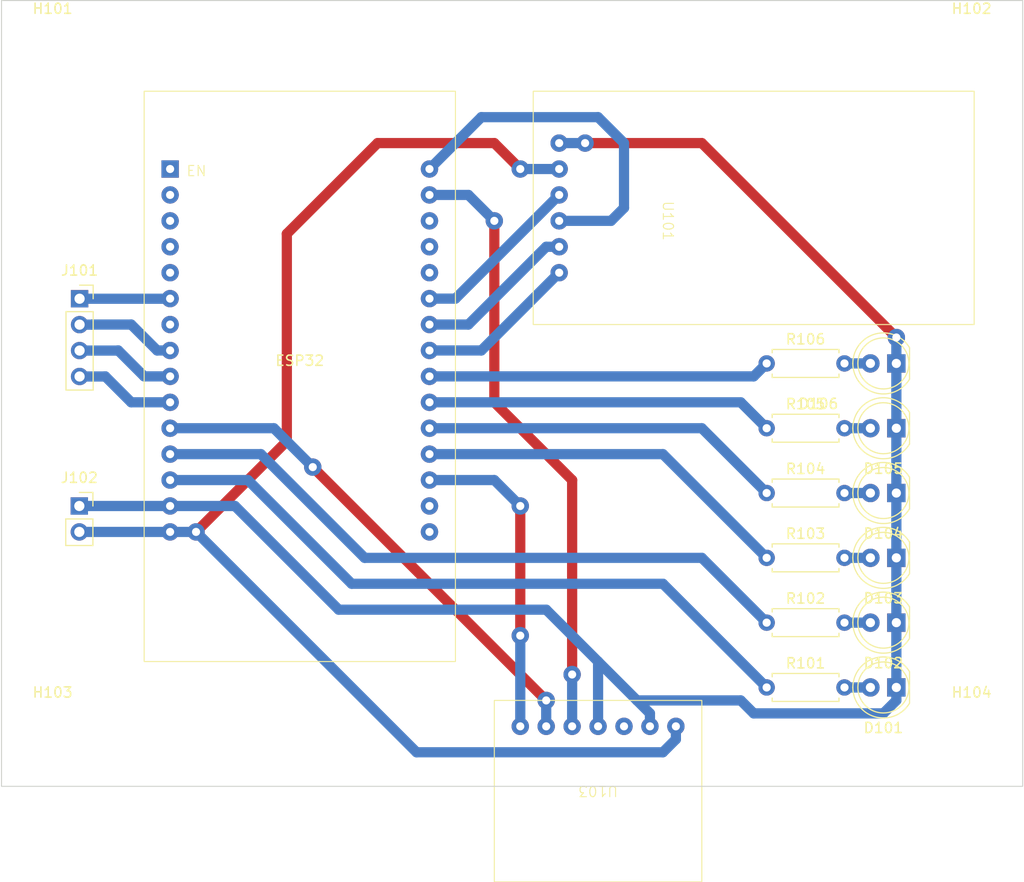
<source format=kicad_pcb>
(kicad_pcb (version 20221018) (generator pcbnew)
  (layers (0 "F.Cu" signal) (31 "B.Cu" signal) (34 "B.Paste" user) (35 "F.Paste" user) (36 "B.SilkS" user "B.Silkscreen") (37 "F.SilkS" user "F.Silkscreen") (38 "B.Mask" user) (39 "F.Mask" user) (44 "Edge.Cuts" user))
  (net 0 "")
  (net 1 "GND")
  (net 2 "Net-(D101-A)")
  (net 3 "5V")
  (net 4 "Net-(U102-D2)")
  (net 5 "Net-(U102-D4)")
  (net 6 "Net-(D102-A)")
  (net 7 "Net-(U102-D16)")
  (net 8 "Net-(D103-A)")
  (net 9 "Net-(U102-D17)")
  (net 10 "Net-(D104-A)")
  (net 11 "Net-(D105-A)")
  (net 12 "Net-(D106-A)")
  (net 13 "Net-(U101-CS)")
  (net 14 "Net-(U101-SCK)")
  (net 15 "Net-(U101-MOSI)")
  (net 16 "Net-(U101-MISO)")
  (net 22 "SPI_SS")
  (net 24 "SPI_SCLK")
  (net 25 "SPI_MISO")
  (net 26 "SPI_MOSI")
  (net 27 "BCLK")
  (net 30 "LRC")
  (net 32 "DIN")
  (net 34 "Net-(U102-D13)")
  (net 35 "Net-(U102-D12)")
  (footprint "My7.62mmResistor:My7.62mmResistor" (layer "F.Cu") (at 74.93 60.96)
    (fp_text reference "R102" (at 3.81 -2.37) (layer "F.SilkS"))
    (fp_text value "R")
    (fp_line (start 0.54 -1.37) (end 7.08 -1.37) (stroke (width 0.12)) (layer "F.SilkS"))
    (fp_line (start 0.54 -1.04) (end 0.54 -1.37) (stroke (width 0.12)) (layer "F.SilkS"))
    (fp_line (start 0.54 1.04) (end 0.54 1.37) (stroke (width 0.12)) (layer "F.SilkS"))
    (fp_line (start 0.54 1.37) (end 7.08 1.37) (stroke (width 0.12)) (layer "F.SilkS"))
    (fp_line (start 7.08 -1.37) (end 7.08 -1.04) (stroke (width 0.12)) (layer "F.SilkS"))
    (fp_line (start 7.08 1.37) (end 7.08 1.04) (stroke (width 0.12)) (layer "F.SilkS"))
    (pad "1" thru_hole circle (at 0 0) (size 1.6 1.6) (drill 0.8) (layers "*.Cu" "*.Mask") (net 35 "Net-(U102-D12)"))
    (pad "2" thru_hole oval (at 7.62 0) (size 1.6 1.6) (drill 0.8) (layers "*.Cu" "*.Mask") (net 6 "Net-(D102-A)"))
  )
  (footprint "MyLED:LED_D5.0mm" (layer "F.Cu") (at 86.36 54.61 180)
    (fp_text reference "D103" (at 0 -3.96) (layer "F.SilkS"))
    (fp_text value "TILT1")
    (fp_line (start -2.56 -1.545) (end -2.56 1.545) (stroke (width 0.12)) (layer "F.SilkS"))
    (fp_arc (start -2.56 -1.54483) (mid 0.802002 -2.880433) (end 2.99 0.000462) (stroke (width 0.12)) (layer "F.SilkS"))
    (fp_arc (start 2.99 -0.000462) (mid 0.802002 2.880433) (end -2.56 1.54483) (stroke (width 0.12)) (layer "F.SilkS"))
    (fp_circle (center 0 0) (end 2.5 0) (stroke (width 0.12)) (fill none) (layer "F.SilkS"))
    (pad "1" thru_hole rect (at -1.27 0 180) (size 1.8 1.8) (drill 0.9) (layers "*.Cu" "*.Mask") (net 1 "GND"))
    (pad "2" thru_hole circle (at 1.27 0 180) (size 1.8 1.8) (drill 0.9) (layers "*.Cu" "*.Mask") (net 8 "Net-(D103-A)"))
  )
  (footprint "My7.62mmResistor:My7.62mmResistor" (layer "F.Cu") (at 74.93 48.26)
    (fp_text reference "R104" (at 3.81 -2.37) (layer "F.SilkS"))
    (fp_text value "R")
    (fp_line (start 0.54 -1.37) (end 7.08 -1.37) (stroke (width 0.12)) (layer "F.SilkS"))
    (fp_line (start 0.54 -1.04) (end 0.54 -1.37) (stroke (width 0.12)) (layer "F.SilkS"))
    (fp_line (start 0.54 1.04) (end 0.54 1.37) (stroke (width 0.12)) (layer "F.SilkS"))
    (fp_line (start 0.54 1.37) (end 7.08 1.37) (stroke (width 0.12)) (layer "F.SilkS"))
    (fp_line (start 7.08 -1.37) (end 7.08 -1.04) (stroke (width 0.12)) (layer "F.SilkS"))
    (fp_line (start 7.08 1.37) (end 7.08 1.04) (stroke (width 0.12)) (layer "F.SilkS"))
    (pad "1" thru_hole circle (at 0 0) (size 1.6 1.6) (drill 0.8) (layers "*.Cu" "*.Mask") (net 5 "Net-(U102-D4)"))
    (pad "2" thru_hole oval (at 7.62 0) (size 1.6 1.6) (drill 0.8) (layers "*.Cu" "*.Mask") (net 10 "Net-(D104-A)"))
  )
  (footprint "MountingHole:MountingHole_3.2mm_M3" (layer "F.Cu") (at 95 5)
    (fp_text reference "H102" (at 0 -4.2) (layer "F.SilkS"))
    (fp_text value "MountingHole")
    (pad "" np_thru_hole circle (at 0 0) (size 3.2 3.2) (drill 3.2) (layers "*.Cu" "*.Mask"))
  )
  (footprint "My7.62mmResistor:My7.62mmResistor" (layer "F.Cu") (at 74.93 54.61)
    (fp_text reference "R103" (at 3.81 -2.37) (layer "F.SilkS"))
    (fp_text value "R")
    (fp_line (start 0.54 -1.37) (end 7.08 -1.37) (stroke (width 0.12)) (layer "F.SilkS"))
    (fp_line (start 0.54 -1.04) (end 0.54 -1.37) (stroke (width 0.12)) (layer "F.SilkS"))
    (fp_line (start 0.54 1.04) (end 0.54 1.37) (stroke (width 0.12)) (layer "F.SilkS"))
    (fp_line (start 0.54 1.37) (end 7.08 1.37) (stroke (width 0.12)) (layer "F.SilkS"))
    (fp_line (start 7.08 -1.37) (end 7.08 -1.04) (stroke (width 0.12)) (layer "F.SilkS"))
    (fp_line (start 7.08 1.37) (end 7.08 1.04) (stroke (width 0.12)) (layer "F.SilkS"))
    (pad "1" thru_hole circle (at 0 0) (size 1.6 1.6) (drill 0.8) (layers "*.Cu" "*.Mask") (net 4 "Net-(U102-D2)"))
    (pad "2" thru_hole oval (at 7.62 0) (size 1.6 1.6) (drill 0.8) (layers "*.Cu" "*.Mask") (net 8 "Net-(D103-A)"))
  )
  (footprint "SD_Adapter:SD_Adapter" (layer "F.Cu") (at 64.77 19.05 -90)
    (fp_text reference "U101" (at 2.54 -0.5 -90 unlocked) (layer "F.SilkS") (effects (font (thickness 0.1))))
    (fp_text value "SD_adapter")
    (fp_rect (start -10.16 -30.48) (end 12.7 12.7) (stroke (width 0.1)) (fill none) (layer "F.SilkS"))
    (pad "1" thru_hole circle (at 7.62 10.16 270) (size 1.7 1.7) (drill 0.794) (layers "*.Cu" "*.Mask") (net 13 "Net-(U101-CS)"))
    (pad "2" thru_hole circle (at 5.08 10.16 270) (size 1.7 1.7) (drill 0.794) (layers "*.Cu" "*.Mask") (net 14 "Net-(U101-SCK)"))
    (pad "3" thru_hole circle (at 2.54 10.16 270) (size 1.7 1.7) (drill 0.794) (layers "*.Cu" "*.Mask") (net 15 "Net-(U101-MOSI)"))
    (pad "4" thru_hole circle (at 0 10.16 270) (size 1.7 1.7) (drill 0.794) (layers "*.Cu" "*.Mask") (net 16 "Net-(U101-MISO)"))
    (pad "5" thru_hole circle (at -2.54 10.16 270) (size 1.7 1.7) (drill 0.794) (layers "*.Cu" "*.Mask") (net 3 "5V"))
    (pad "6" thru_hole circle (at -5.08 10.16 270) (size 1.7 1.7) (drill 0.794) (layers "*.Cu" "*.Mask") (net 1 "GND"))
  )
  (footprint "ESP32_30PIN:ESP32_30PIN" (layer "F.Cu") (at 29.21 34.29)
    (fp_text reference "U102" hide)
    (fp_text value "ESP32" (at 0 1 unlocked) (layer "F.SilkS"))
    (fp_text user "EN" (at -11.16 -17 unlocked) (layer "F.SilkS") (effects (font (thickness 0.1)) (justify left bottom)))
    (fp_rect (start -15.24 -25.4) (end 15.24 30.48) (stroke (width 0.1)) (fill none) (layer "F.SilkS"))
    (pad "1" thru_hole rect (at -12.7 -17.78) (size 1.7 1.7) (drill 0.794) (layers "*.Cu" "*.Mask"))
    (pad "2" thru_hole circle (at -12.7 -15.24) (size 1.7 1.7) (drill 0.794) (layers "*.Cu" "*.Mask"))
    (pad "3" thru_hole circle (at -12.7 -12.7) (size 1.7 1.7) (drill 0.794) (layers "*.Cu" "*.Mask"))
    (pad "4" thru_hole circle (at -12.7 -10.16) (size 1.7 1.7) (drill 0.794) (layers "*.Cu" "*.Mask"))
    (pad "5" thru_hole circle (at -12.7 -7.62) (size 1.7 1.7) (drill 0.794) (layers "*.Cu" "*.Mask"))
    (pad "6" thru_hole circle (at -12.7 -5.08) (size 1.7 1.7) (drill 0.794) (layers "*.Cu" "*.Mask") (net 22 "SPI_SS"))
    (pad "7" thru_hole circle (at -12.7 -2.54) (size 1.7 1.7) (drill 0.794) (layers "*.Cu" "*.Mask"))
    (pad "8" thru_hole circle (at -12.7 0) (size 1.7 1.7) (drill 0.794) (layers "*.Cu" "*.Mask") (net 24 "SPI_SCLK"))
    (pad "9" thru_hole circle (at -12.7 2.54) (size 1.7 1.7) (drill 0.794) (layers "*.Cu" "*.Mask") (net 25 "SPI_MISO"))
    (pad "10" thru_hole circle (at -12.7 5.08) (size 1.7 1.7) (drill 0.794) (layers "*.Cu" "*.Mask") (net 26 "SPI_MOSI"))
    (pad "11" thru_hole circle (at -12.7 7.62) (size 1.7 1.7) (drill 0.794) (layers "*.Cu" "*.Mask") (net 27 "BCLK"))
    (pad "12" thru_hole circle (at -12.7 10.16) (size 1.7 1.7) (drill 0.794) (layers "*.Cu" "*.Mask") (net 35 "Net-(U102-D12)"))
    (pad "13" thru_hole circle (at -12.7 12.7) (size 1.7 1.7) (drill 0.794) (layers "*.Cu" "*.Mask") (net 34 "Net-(U102-D13)"))
    (pad "14" thru_hole circle (at -12.7 15.24) (size 1.7 1.7) (drill 0.794) (layers "*.Cu" "*.Mask") (net 1 "GND"))
    (pad "15" thru_hole circle (at -12.7 17.78) (size 1.7 1.7) (drill 0.794) (layers "*.Cu" "*.Mask") (net 3 "5V"))
    (pad "16" thru_hole circle (at 12.7 17.78) (size 1.7 1.7) (drill 0.794) (layers "*.Cu" "*.Mask"))
    (pad "17" thru_hole circle (at 12.7 15.24) (size 1.7 1.7) (drill 0.794) (layers "*.Cu" "*.Mask"))
    (pad "18" thru_hole circle (at 12.7 12.7) (size 1.7 1.7) (drill 0.794) (layers "*.Cu" "*.Mask") (net 30 "LRC"))
    (pad "19" thru_hole circle (at 12.7 10.16) (size 1.7 1.7) (drill 0.794) (layers "*.Cu" "*.Mask") (net 4 "Net-(U102-D2)"))
    (pad "20" thru_hole circle (at 12.7 7.62) (size 1.7 1.7) (drill 0.794) (layers "*.Cu" "*.Mask") (net 5 "Net-(U102-D4)"))
    (pad "21" thru_hole circle (at 12.7 5.08) (size 1.7 1.7) (drill 0.794) (layers "*.Cu" "*.Mask") (net 7 "Net-(U102-D16)"))
    (pad "22" thru_hole circle (at 12.7 2.54) (size 1.7 1.7) (drill 0.794) (layers "*.Cu" "*.Mask") (net 9 "Net-(U102-D17)"))
    (pad "23" thru_hole circle (at 12.7 0) (size 1.7 1.7) (drill 0.794) (layers "*.Cu" "*.Mask") (net 13 "Net-(U101-CS)"))
    (pad "24" thru_hole circle (at 12.7 -2.54) (size 1.7 1.7) (drill 0.794) (layers "*.Cu" "*.Mask") (net 14 "Net-(U101-SCK)"))
    (pad "25" thru_hole circle (at 12.7 -5.08) (size 1.7 1.7) (drill 0.794) (layers "*.Cu" "*.Mask") (net 16 "Net-(U101-MISO)"))
    (pad "26" thru_hole circle (at 12.7 -7.62) (size 1.7 1.7) (drill 0.794) (layers "*.Cu" "*.Mask"))
    (pad "27" thru_hole circle (at 12.7 -10.16) (size 1.7 1.7) (drill 0.794) (layers "*.Cu" "*.Mask"))
    (pad "28" thru_hole circle (at 12.7 -12.7) (size 1.7 1.7) (drill 0.794) (layers "*.Cu" "*.Mask"))
    (pad "29" thru_hole circle (at 12.7 -15.24) (size 1.7 1.7) (drill 0.794) (layers "*.Cu" "*.Mask") (net 32 "DIN"))
    (pad "30" thru_hole circle (at 12.7 -17.78) (size 1.7 1.7) (drill 0.794) (layers "*.Cu" "*.Mask") (net 15 "Net-(U101-MOSI)"))
  )
  (footprint "MyLED:LED_D5.0mm" (layer "F.Cu") (at 86.36 60.96 180)
    (fp_text reference "D102" (at 0 -3.96) (layer "F.SilkS"))
    (fp_text value "AUTO")
    (fp_line (start -2.56 -1.545) (end -2.56 1.545) (stroke (width 0.12)) (layer "F.SilkS"))
    (fp_arc (start -2.56 -1.54483) (mid 0.802002 -2.880433) (end 2.99 0.000462) (stroke (width 0.12)) (layer "F.SilkS"))
    (fp_arc (start 2.99 -0.000462) (mid 0.802002 2.880433) (end -2.56 1.54483) (stroke (width 0.12)) (layer "F.SilkS"))
    (fp_circle (center 0 0) (end 2.5 0) (stroke (width 0.12)) (fill none) (layer "F.SilkS"))
    (pad "1" thru_hole rect (at -1.27 0 180) (size 1.8 1.8) (drill 0.9) (layers "*.Cu" "*.Mask") (net 1 "GND"))
    (pad "2" thru_hole circle (at 1.27 0 180) (size 1.8 1.8) (drill 0.9) (layers "*.Cu" "*.Mask") (net 6 "Net-(D102-A)"))
  )
  (footprint "MyLED:LED_D5.0mm" (layer "F.Cu") (at 86.36 41.91 180)
    (fp_text reference "D105" (at 0 -3.96) (layer "F.SilkS"))
    (fp_text value "SPIN1")
    (fp_line (start -2.56 -1.545) (end -2.56 1.545) (stroke (width 0.12)) (layer "F.SilkS"))
    (fp_arc (start -2.56 -1.54483) (mid 0.802002 -2.880433) (end 2.99 0.000462) (stroke (width 0.12)) (layer "F.SilkS"))
    (fp_arc (start 2.99 -0.000462) (mid 0.802002 2.880433) (end -2.56 1.54483) (stroke (width 0.12)) (layer "F.SilkS"))
    (fp_circle (center 0 0) (end 2.5 0) (stroke (width 0.12)) (fill none) (layer "F.SilkS"))
    (pad "1" thru_hole rect (at -1.27 0 180) (size 1.8 1.8) (drill 0.9) (layers "*.Cu" "*.Mask") (net 1 "GND"))
    (pad "2" thru_hole circle (at 1.27 0 180) (size 1.8 1.8) (drill 0.9) (layers "*.Cu" "*.Mask") (net 11 "Net-(D105-A)"))
  )
  (footprint "MountingHole:MountingHole_3.2mm_M3" (layer "F.Cu") (at 95 72)
    (fp_text reference "H104" (at 0 -4.2) (layer "F.SilkS"))
    (fp_text value "MountingHole")
    (pad "" np_thru_hole circle (at 0 0) (size 3.2 3.2) (drill 3.2) (layers "*.Cu" "*.Mask"))
  )
  (footprint "Connector_PinSocket_2.54mm:PinSocket_1x04_P2.54mm_Vertical" (layer "F.Cu") (at 7.645 29.22)
    (fp_text reference "J101" (at 0 -2.77) (layer "F.SilkS"))
    (fp_text value "Conn_01x04_Socket")
    (fp_line (start -1.33 1.27) (end -1.33 8.95) (stroke (width 0.12)) (layer "F.SilkS"))
    (fp_line (start -1.33 1.27) (end 1.33 1.27) (stroke (width 0.12)) (layer "F.SilkS"))
    (fp_line (start -1.33 8.95) (end 1.33 8.95) (stroke (width 0.12)) (layer "F.SilkS"))
    (fp_line (start 0 -1.33) (end 1.33 -1.33) (stroke (width 0.12)) (layer "F.SilkS"))
    (fp_line (start 1.33 -1.33) (end 1.33 0) (stroke (width 0.12)) (layer "F.SilkS"))
    (fp_line (start 1.33 1.27) (end 1.33 8.95) (stroke (width 0.12)) (layer "F.SilkS"))
    (pad "1" thru_hole rect (at 0 0) (size 1.7 1.7) (drill 1) (layers "*.Cu" "*.Mask") (net 22 "SPI_SS"))
    (pad "2" thru_hole oval (at 0 2.54) (size 1.7 1.7) (drill 1) (layers "*.Cu" "*.Mask") (net 24 "SPI_SCLK"))
    (pad "3" thru_hole oval (at 0 5.08) (size 1.7 1.7) (drill 1) (layers "*.Cu" "*.Mask") (net 25 "SPI_MISO"))
    (pad "4" thru_hole oval (at 0 7.62) (size 1.7 1.7) (drill 1) (layers "*.Cu" "*.Mask") (net 26 "SPI_MOSI"))
  )
  (footprint "MountingHole:MountingHole_3.2mm_M3" (layer "F.Cu") (at 5 72)
    (fp_text reference "H103" (at 0 -4.2) (layer "F.SilkS"))
    (fp_text value "MountingHole")
    (pad "" np_thru_hole circle (at 0 0) (size 3.2 3.2) (drill 3.2) (layers "*.Cu" "*.Mask"))
  )
  (footprint "Connector_PinSocket_2.54mm:PinSocket_1x02_P2.54mm_Vertical" (layer "F.Cu") (at 7.62 49.53)
    (fp_text reference "J102" (at 0 -2.77) (layer "F.SilkS"))
    (fp_text value "Conn_01x02_Socket")
    (fp_line (start -1.33 1.27) (end -1.33 3.87) (stroke (width 0.12)) (layer "F.SilkS"))
    (fp_line (start -1.33 1.27) (end 1.33 1.27) (stroke (width 0.12)) (layer "F.SilkS"))
    (fp_line (start -1.33 3.87) (end 1.33 3.87) (stroke (width 0.12)) (layer "F.SilkS"))
    (fp_line (start 0 -1.33) (end 1.33 -1.33) (stroke (width 0.12)) (layer "F.SilkS"))
    (fp_line (start 1.33 -1.33) (end 1.33 0) (stroke (width 0.12)) (layer "F.SilkS"))
    (fp_line (start 1.33 1.27) (end 1.33 3.87) (stroke (width 0.12)) (layer "F.SilkS"))
    (pad "1" thru_hole rect (at 0 0) (size 1.7 1.7) (drill 1) (layers "*.Cu" "*.Mask") (net 1 "GND"))
    (pad "2" thru_hole oval (at 0 2.54) (size 1.7 1.7) (drill 1) (layers "*.Cu" "*.Mask") (net 3 "5V"))
  )
  (footprint "My7.62mmResistor:My7.62mmResistor" (layer "F.Cu") (at 74.93 35.56)
    (fp_text reference "R106" (at 3.81 -2.37) (layer "F.SilkS"))
    (fp_text value "R")
    (fp_line (start 0.54 -1.37) (end 7.08 -1.37) (stroke (width 0.12)) (layer "F.SilkS"))
    (fp_line (start 0.54 -1.04) (end 0.54 -1.37) (stroke (width 0.12)) (layer "F.SilkS"))
    (fp_line (start 0.54 1.04) (end 0.54 1.37) (stroke (width 0.12)) (layer "F.SilkS"))
    (fp_line (start 0.54 1.37) (end 7.08 1.37) (stroke (width 0.12)) (layer "F.SilkS"))
    (fp_line (start 7.08 -1.37) (end 7.08 -1.04) (stroke (width 0.12)) (layer "F.SilkS"))
    (fp_line (start 7.08 1.37) (end 7.08 1.04) (stroke (width 0.12)) (layer "F.SilkS"))
    (pad "1" thru_hole circle (at 0 0) (size 1.6 1.6) (drill 0.8) (layers "*.Cu" "*.Mask") (net 9 "Net-(U102-D17)"))
    (pad "2" thru_hole oval (at 7.62 0) (size 1.6 1.6) (drill 0.8) (layers "*.Cu" "*.Mask") (net 12 "Net-(D106-A)"))
  )
  (footprint "MyLED:LED_D5.0mm" (layer "F.Cu") (at 86.36 67.31 180)
    (fp_text reference "D101" (at 0 -3.96) (layer "F.SilkS"))
    (fp_text value "POWER")
    (fp_line (start -2.56 -1.545) (end -2.56 1.545) (stroke (width 0.12)) (layer "F.SilkS"))
    (fp_arc (start -2.56 -1.54483) (mid 0.802002 -2.880433) (end 2.99 0.000462) (stroke (width 0.12)) (layer "F.SilkS"))
    (fp_arc (start 2.99 -0.000462) (mid 0.802002 2.880433) (end -2.56 1.54483) (stroke (width 0.12)) (layer "F.SilkS"))
    (fp_circle (center 0 0) (end 2.5 0) (stroke (width 0.12)) (fill none) (layer "F.SilkS"))
    (pad "1" thru_hole rect (at -1.27 0 180) (size 1.8 1.8) (drill 0.9) (layers "*.Cu" "*.Mask") (net 1 "GND"))
    (pad "2" thru_hole circle (at 1.27 0 180) (size 1.8 1.8) (drill 0.9) (layers "*.Cu" "*.Mask") (net 2 "Net-(D101-A)"))
  )
  (footprint "MyLED:LED_D5.0mm" (layer "F.Cu") (at 86.36 35.56 180)
    (fp_text reference "D106" (at 6.35 -3.96) (layer "F.SilkS"))
    (fp_text value "SPIN2")
    (fp_line (start -2.56 -1.545) (end -2.56 1.545) (stroke (width 0.12)) (layer "F.SilkS"))
    (fp_arc (start -2.56 -1.54483) (mid 0.802002 -2.880433) (end 2.99 0.000462) (stroke (width 0.12)) (layer "F.SilkS"))
    (fp_arc (start 2.99 -0.000462) (mid 0.802002 2.880433) (end -2.56 1.54483) (stroke (width 0.12)) (layer "F.SilkS"))
    (fp_circle (center 0 0) (end 2.5 0) (stroke (width 0.12)) (fill none) (layer "F.SilkS"))
    (pad "1" thru_hole rect (at -1.27 0 180) (size 1.8 1.8) (drill 0.9) (layers "*.Cu" "*.Mask") (net 1 "GND"))
    (pad "2" thru_hole circle (at 1.27 0 180) (size 1.8 1.8) (drill 0.9) (layers "*.Cu" "*.Mask") (net 12 "Net-(D106-A)"))
  )
  (footprint "MAX98357A:MAX98357A" (layer "F.Cu") (at 58.42 77.47 180)
    (fp_text reference "U103" (at 0 0 180 unlocked) (layer "F.SilkS") (effects (font (thickness 0.1))))
    (fp_text value "MAX98357A")
    (fp_rect (start -10.16 8.89) (end 10.16 -8.89) (stroke (width 0.1)) (fill none) (layer "F.SilkS"))
    (pad "1" thru_hole circle (at -7.62 6.35 180) (size 1.7 1.7) (drill 0.794) (layers "*.Cu" "*.Mask") (net 3 "5V"))
    (pad "2" thru_hole circle (at -5.08 6.35 180) (size 1.7 1.7) (drill 0.794) (layers "*.Cu" "*.Mask") (net 1 "GND"))
    (pad "3" thru_hole circle (at -2.54 6.35 180) (size 1.7 1.7) (drill 0.794) (layers "*.Cu" "*.Mask"))
    (pad "4" thru_hole circle (at 0 6.35 180) (size 1.7 1.7) (drill 0.794) (layers "*.Cu" "*.Mask") (net 1 "GND"))
    (pad "5" thru_hole circle (at 2.54 6.35 180) (size 1.7 1.7) (drill 0.794) (layers "*.Cu" "*.Mask") (net 32 "DIN"))
    (pad "6" thru_hole circle (at 5.08 6.35 180) (size 1.7 1.7) (drill 0.794) (layers "*.Cu" "*.Mask") (net 27 "BCLK"))
    (pad "7" thru_hole circle (at 7.62 6.35 180) (size 1.7 1.7) (drill 0.794) (layers "*.Cu" "*.Mask") (net 30 "LRC"))
  )
  (footprint "My7.62mmResistor:My7.62mmResistor" (layer "F.Cu") (at 74.93 41.91)
    (fp_text reference "R105" (at 3.81 -2.37) (layer "F.SilkS"))
    (fp_text value "R")
    (fp_line (start 0.54 -1.37) (end 7.08 -1.37) (stroke (width 0.12)) (layer "F.SilkS"))
    (fp_line (start 0.54 -1.04) (end 0.54 -1.37) (stroke (width 0.12)) (layer "F.SilkS"))
    (fp_line (start 0.54 1.04) (end 0.54 1.37) (stroke (width 0.12)) (layer "F.SilkS"))
    (fp_line (start 0.54 1.37) (end 7.08 1.37) (stroke (width 0.12)) (layer "F.SilkS"))
    (fp_line (start 7.08 -1.37) (end 7.08 -1.04) (stroke (width 0.12)) (layer "F.SilkS"))
    (fp_line (start 7.08 1.37) (end 7.08 1.04) (stroke (width 0.12)) (layer "F.SilkS"))
    (pad "1" thru_hole circle (at 0 0) (size 1.6 1.6) (drill 0.8) (layers "*.Cu" "*.Mask") (net 7 "Net-(U102-D16)"))
    (pad "2" thru_hole oval (at 7.62 0) (size 1.6 1.6) (drill 0.8) (layers "*.Cu" "*.Mask") (net 11 "Net-(D105-A)"))
  )
  (footprint "MyLED:LED_D5.0mm" (layer "F.Cu") (at 86.36 48.26 180)
    (fp_text reference "D104" (at 0 -3.96) (layer "F.SilkS"))
    (fp_text value "TILT2")
    (fp_line (start -2.56 -1.545) (end -2.56 1.545) (stroke (width 0.12)) (layer "F.SilkS"))
    (fp_arc (start -2.56 -1.54483) (mid 0.802002 -2.880433) (end 2.99 0.000462) (stroke (width 0.12)) (layer "F.SilkS"))
    (fp_arc (start 2.99 -0.000462) (mid 0.802002 2.880433) (end -2.56 1.54483) (stroke (width 0.12)) (layer "F.SilkS"))
    (fp_circle (center 0 0) (end 2.5 0) (stroke (width 0.12)) (fill none) (layer "F.SilkS"))
    (pad "1" thru_hole rect (at -1.27 0 180) (size 1.8 1.8) (drill 0.9) (layers "*.Cu" "*.Mask") (net 1 "GND"))
    (pad "2" thru_hole circle (at 1.27 0 180) (size 1.8 1.8) (drill 0.9) (layers "*.Cu" "*.Mask") (net 10 "Net-(D104-A)"))
  )
  (footprint "My7.62mmResistor:My7.62mmResistor" (layer "F.Cu") (at 74.93 67.31)
    (fp_text reference "R101" (at 3.81 -2.37) (layer "F.SilkS"))
    (fp_text value "R")
    (fp_line (start 0.54 -1.37) (end 7.08 -1.37) (stroke (width 0.12)) (layer "F.SilkS"))
    (fp_line (start 0.54 -1.04) (end 0.54 -1.37) (stroke (width 0.12)) (layer "F.SilkS"))
    (fp_line (start 0.54 1.04) (end 0.54 1.37) (stroke (width 0.12)) (layer "F.SilkS"))
    (fp_line (start 0.54 1.37) (end 7.08 1.37) (stroke (width 0.12)) (layer "F.SilkS"))
    (fp_line (start 7.08 -1.37) (end 7.08 -1.04) (stroke (width 0.12)) (layer "F.SilkS"))
    (fp_line (start 7.08 1.37) (end 7.08 1.04) (stroke (width 0.12)) (layer "F.SilkS"))
    (pad "1" thru_hole circle (at 0 0) (size 1.6 1.6) (drill 0.8) (layers "*.Cu" "*.Mask") (net 34 "Net-(U102-D13)"))
    (pad "2" thru_hole oval (at 7.62 0) (size 1.6 1.6) (drill 0.8) (layers "*.Cu" "*.Mask") (net 2 "Net-(D101-A)"))
  )
  (footprint "MountingHole:MountingHole_3.2mm_M3" (layer "F.Cu") (at 5 5)
    (fp_text reference "H101" (at 0 -4.2) (layer "F.SilkS"))
    (fp_text value "MountingHole")
    (pad "" np_thru_hole circle (at 0 0) (size 3.2 3.2) (drill 3.2) (layers "*.Cu" "*.Mask"))
  )
  (gr_rect (start 0 0) (end 100 77) (stroke (width 0.1)) (fill none) (layer "Edge.Cuts"))
  (segment (start 57.15 13.97) (end 68.58 13.97) (width 1) (layer "F.Cu") (net 1))
  (segment (start 68.58 13.97) (end 87.63 33.02) (width 1) (layer "F.Cu") (net 1))
  (via (at 57.15 13.97) (size 1.7) (drill 0.794) (layers "F.Cu" "B.Cu") (net 1))
  (via (at 87.63 33.02) (size 1.7) (drill 0.794) (layers "F.Cu" "B.Cu") (net 1))
  (segment (start 87.63 68.58) (end 87.63 67.31) (width 1) (layer "B.Cu") (net 1))
  (segment (start 63.5 69.85) (end 63.5 71.12) (width 1) (layer "B.Cu") (net 1))
  (segment (start 73.66 69.85) (end 86.36 69.85) (width 1) (layer "B.Cu") (net 1))
  (segment (start 87.63 35.56) (end 87.63 67.31) (width 1) (layer "B.Cu") (net 1))
  (segment (start 7.62 49.53) (end 16.51 49.53) (width 1) (layer "B.Cu") (net 1))
  (segment (start 58.42 64.77) (end 62.23 68.58) (width 1) (layer "B.Cu") (net 1))
  (segment (start 86.36 69.85) (end 87.63 68.58) (width 1) (layer "B.Cu") (net 1))
  (segment (start 33.02 59.69) (end 53.34 59.69) (width 1) (layer "B.Cu") (net 1))
  (segment (start 53.34 59.69) (end 58.42 64.77) (width 1) (layer "B.Cu") (net 1))
  (segment (start 72.39 68.58) (end 73.66 69.85) (width 1) (layer "B.Cu") (net 1))
  (segment (start 87.63 33.02) (end 87.63 35.56) (width 1) (layer "B.Cu") (net 1))
  (segment (start 22.86 49.53) (end 33.02 59.69) (width 1) (layer "B.Cu") (net 1))
  (segment (start 62.23 68.58) (end 63.5 69.85) (width 1) (layer "B.Cu") (net 1))
  (segment (start 62.23 68.58) (end 72.39 68.58) (width 1) (layer "B.Cu") (net 1))
  (segment (start 54.61 13.97) (end 57.15 13.97) (width 1) (layer "B.Cu") (net 1))
  (segment (start 58.42 64.77) (end 58.42 71.12) (width 1) (layer "B.Cu") (net 1))
  (segment (start 16.51 49.53) (end 22.86 49.53) (width 1) (layer "B.Cu") (net 1))
  (segment (start 85.09 67.31) (end 82.55 67.31) (width 1) (layer "B.Cu") (net 2))
  (segment (start 50.8 16.51) (end 48.26 13.97) (width 1) (layer "F.Cu") (net 3))
  (segment (start 48.26 13.97) (end 36.83 13.97) (width 1) (layer "F.Cu") (net 3))
  (segment (start 27.94 43.18) (end 19.05 52.07) (width 1) (layer "F.Cu") (net 3))
  (segment (start 36.83 13.97) (end 27.94 22.86) (width 1) (layer "F.Cu") (net 3))
  (segment (start 27.94 22.86) (end 27.94 43.18) (width 1) (layer "F.Cu") (net 3))
  (via (at 19.05 52.07) (size 1.7) (drill 0.794) (layers "F.Cu" "B.Cu") (net 3))
  (via (at 50.8 16.51) (size 1.7) (drill 0.794) (layers "F.Cu" "B.Cu") (net 3))
  (segment (start 7.62 52.07) (end 16.51 52.07) (width 1) (layer "B.Cu") (net 3))
  (segment (start 40.64 73.66) (end 19.05 52.07) (width 1) (layer "B.Cu") (net 3))
  (segment (start 19.05 52.07) (end 16.51 52.07) (width 1) (layer "B.Cu") (net 3))
  (segment (start 66.04 72.39) (end 64.77 73.66) (width 1) (layer "B.Cu") (net 3))
  (segment (start 64.77 73.66) (end 40.64 73.66) (width 1) (layer "B.Cu") (net 3))
  (segment (start 54.61 16.51) (end 50.8 16.51) (width 1) (layer "B.Cu") (net 3))
  (segment (start 66.04 71.12) (end 66.04 72.39) (width 1) (layer "B.Cu") (net 3))
  (segment (start 41.91 44.45) (end 64.77 44.45) (width 1) (layer "B.Cu") (net 4))
  (segment (start 64.77 44.45) (end 74.93 54.61) (width 1) (layer "B.Cu") (net 4))
  (segment (start 68.58 41.91) (end 74.93 48.26) (width 1) (layer "B.Cu") (net 5))
  (segment (start 41.91 41.91) (end 68.58 41.91) (width 1) (layer "B.Cu") (net 5))
  (segment (start 85.09 60.96) (end 82.55 60.96) (width 1) (layer "B.Cu") (net 6))
  (segment (start 41.91 39.37) (end 72.39 39.37) (width 1) (layer "B.Cu") (net 7))
  (segment (start 72.39 39.37) (end 74.93 41.91) (width 1) (layer "B.Cu") (net 7))
  (segment (start 85.09 54.61) (end 82.55 54.61) (width 1) (layer "B.Cu") (net 8))
  (segment (start 73.66 36.83) (end 74.93 35.56) (width 1) (layer "B.Cu") (net 9))
  (segment (start 41.91 36.83) (end 73.66 36.83) (width 1) (layer "B.Cu") (net 9))
  (segment (start 82.55 48.26) (end 85.09 48.26) (width 1) (layer "B.Cu") (net 10))
  (segment (start 85.09 41.91) (end 82.55 41.91) (width 1) (layer "B.Cu") (net 11))
  (segment (start 85.09 35.56) (end 82.55 35.56) (width 1) (layer "B.Cu") (net 12))
  (segment (start 46.99 34.29) (end 41.91 34.29) (width 1) (layer "B.Cu") (net 13))
  (segment (start 54.61 26.67) (end 46.99 34.29) (width 1) (layer "B.Cu") (net 13))
  (segment (start 53.34 24.13) (end 45.72 31.75) (width 1) (layer "B.Cu") (net 14))
  (segment (start 54.61 24.13) (end 53.34 24.13) (width 1) (layer "B.Cu") (net 14))
  (segment (start 45.72 31.75) (end 41.91 31.75) (width 1) (layer "B.Cu") (net 14))
  (segment (start 46.99 11.43) (end 58.42 11.43) (width 1) (layer "B.Cu") (net 15))
  (segment (start 41.91 16.51) (end 46.99 11.43) (width 1) (layer "B.Cu") (net 15))
  (segment (start 60.96 13.97) (end 60.96 20.32) (width 1) (layer "B.Cu") (net 15))
  (segment (start 58.42 11.43) (end 60.96 13.97) (width 1) (layer "B.Cu") (net 15))
  (segment (start 60.96 20.32) (end 59.69 21.59) (width 1) (layer "B.Cu") (net 15))
  (segment (start 54.61 21.59) (end 59.69 21.59) (width 1) (layer "B.Cu") (net 15))
  (segment (start 44.45 29.21) (end 41.91 29.21) (width 1) (layer "B.Cu") (net 16))
  (segment (start 54.61 19.05) (end 44.45 29.21) (width 1) (layer "B.Cu") (net 16))
  (segment (start 16.5 29.22) (end 16.51 29.21) (width 1) (layer "F.Cu") (net 22))
  (segment (start 7.645 29.22) (end 16.5 29.22) (width 1) (layer "B.Cu") (net 22))
  (segment (start 16.5 29.22) (end 16.51 29.21) (width 1) (layer "B.Cu") (net 22))
  (segment (start 8.9 31.76) (end 8.91 31.75) (width 1) (layer "B.Cu") (net 24))
  (segment (start 7.645 31.76) (end 8.9 31.76) (width 1) (layer "B.Cu") (net 24))
  (segment (start 8.91 31.75) (end 12.7 31.75) (width 1) (layer "B.Cu") (net 24))
  (segment (start 12.7 31.75) (end 15.24 34.29) (width 1) (layer "B.Cu") (net 24))
  (segment (start 15.24 34.29) (end 16.51 34.29) (width 1) (layer "B.Cu") (net 24))
  (segment (start 7.645 34.3) (end 11.42 34.3) (width 1) (layer "B.Cu") (net 25))
  (segment (start 11.43 34.29) (end 13.97 36.83) (width 1) (layer "B.Cu") (net 25))
  (segment (start 11.42 34.3) (end 11.43 34.29) (width 1) (layer "B.Cu") (net 25))
  (segment (start 13.97 36.83) (end 16.51 36.83) (width 1) (layer "B.Cu") (net 25))
  (segment (start 10.16 36.83) (end 12.7 39.37) (width 1) (layer "B.Cu") (net 26))
  (segment (start 10.15 36.84) (end 10.16 36.83) (width 1) (layer "B.Cu") (net 26))
  (segment (start 7.645 36.84) (end 10.15 36.84) (width 1) (layer "B.Cu") (net 26))
  (segment (start 12.7 39.37) (end 16.51 39.37) (width 1) (layer "B.Cu") (net 26))
  (segment (start 53.34 68.58) (end 30.48 45.72) (width 1) (layer "F.Cu") (net 27))
  (via (at 53.34 68.58) (size 1.7) (drill 0.794) (layers "F.Cu" "B.Cu") (net 27))
  (via (at 30.48 45.72) (size 1.7) (drill 0.794) (layers "F.Cu" "B.Cu") (net 27))
  (segment (start 30.48 45.72) (end 26.67 41.91) (width 1) (layer "B.Cu") (net 27))
  (segment (start 53.34 71.12) (end 53.34 68.58) (width 1) (layer "B.Cu") (net 27))
  (segment (start 26.67 41.91) (end 16.51 41.91) (width 1) (layer "B.Cu") (net 27))
  (segment (start 50.8 49.53) (end 50.8 62.23) (width 1) (layer "F.Cu") (net 30))
  (via (at 50.8 49.53) (size 1.7) (drill 0.794) (layers "F.Cu" "B.Cu") (net 30))
  (via (at 50.8 62.23) (size 1.7) (drill 0.794) (layers "F.Cu" "B.Cu") (net 30))
  (segment (start 41.91 46.99) (end 48.26 46.99) (width 1) (layer "B.Cu") (net 30))
  (segment (start 50.8 62.23) (end 50.8 71.12) (width 1) (layer "B.Cu") (net 30))
  (segment (start 48.26 46.99) (end 50.8 49.53) (width 1) (layer "B.Cu") (net 30))
  (segment (start 55.88 66.04) (end 55.88 46.99) (width 1) (layer "F.Cu") (net 32))
  (segment (start 48.26 39.37) (end 48.26 21.59) (width 1) (layer "F.Cu") (net 32))
  (segment (start 55.88 46.99) (end 48.26 39.37) (width 1) (layer "F.Cu") (net 32))
  (via (at 48.26 21.59) (size 1.7) (drill 0.794) (layers "F.Cu" "B.Cu") (net 32))
  (via (at 55.88 66.04) (size 1.7) (drill 0.794) (layers "F.Cu" "B.Cu") (net 32))
  (segment (start 45.72 19.05) (end 48.26 21.59) (width 1) (layer "B.Cu") (net 32))
  (segment (start 41.91 19.05) (end 45.72 19.05) (width 1) (layer "B.Cu") (net 32))
  (segment (start 55.88 71.12) (end 55.88 66.04) (width 1) (layer "B.Cu") (net 32))
  (segment (start 24.13 46.99) (end 16.51 46.99) (width 1) (layer "B.Cu") (net 34))
  (segment (start 74.93 67.31) (end 64.77 57.15) (width 1) (layer "B.Cu") (net 34))
  (segment (start 64.77 57.15) (end 34.29 57.15) (width 1) (layer "B.Cu") (net 34))
  (segment (start 34.29 57.15) (end 24.13 46.99) (width 1) (layer "B.Cu") (net 34))
  (segment (start 25.4 44.45) (end 35.56 54.61) (width 1) (layer "B.Cu") (net 35))
  (segment (start 16.51 44.45) (end 25.4 44.45) (width 1) (layer "B.Cu") (net 35))
  (segment (start 35.56 54.61) (end 68.58 54.61) (width 1) (layer "B.Cu") (net 35))
  (segment (start 68.58 54.61) (end 74.93 60.96) (width 1) (layer "B.Cu") (net 35))
)
</source>
